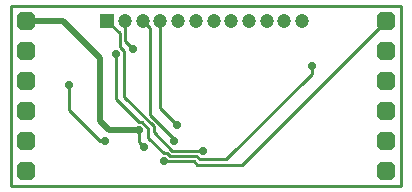
<source format=gtl>
G04 Layer_Physical_Order=1*
G04 Layer_Color=255*
%FSLAX44Y44*%
%MOMM*%
G71*
G01*
G75*
%ADD10C,0.2500*%
%ADD11C,0.5000*%
G04:AMPARAMS|DCode=12|XSize=1.6002mm|YSize=1.6002mm|CornerRadius=0mm|HoleSize=0mm|Usage=FLASHONLY|Rotation=270.000|XOffset=0mm|YOffset=0mm|HoleType=Round|Shape=Octagon|*
%AMOCTAGOND12*
4,1,8,-0.4001,-0.8001,0.4001,-0.8001,0.8001,-0.4001,0.8001,0.4001,0.4001,0.8001,-0.4001,0.8001,-0.8001,0.4001,-0.8001,-0.4001,-0.4001,-0.8001,0.0*
%
%ADD12OCTAGOND12*%

%ADD13R,1.2000X1.2000*%
%ADD14C,1.2000*%
%ADD15C,0.7000*%
D10*
X255524Y311024D02*
Y317500D01*
X182834Y238334D02*
X255524Y311024D01*
X160754Y238334D02*
X182834D01*
X157782Y241306D02*
X160754Y238334D01*
X135524Y241306D02*
X157782D01*
X197004Y233834D02*
X318770Y355600D01*
X158890Y233834D02*
X197004D01*
X130478Y236806D02*
X155918D01*
X158890Y233834D01*
X133274Y243556D02*
X135524Y241306D01*
X130444Y243556D02*
X133274D01*
X117250Y256750D02*
X130444Y243556D01*
X137667Y245806D02*
X162828D01*
X121750Y261723D02*
X137667Y245806D01*
X121750Y261723D02*
Y266270D01*
X162828Y245806D02*
X163550Y245084D01*
X118364Y276020D02*
X138757Y255627D01*
Y254262D02*
Y255627D01*
X117250Y256750D02*
Y264406D01*
X96500Y291520D02*
X121750Y266270D01*
X112016Y269640D02*
X117250Y264406D01*
X109610Y269640D02*
X112016D01*
X96500Y291520D02*
Y330296D01*
X118364Y276020D02*
Y349786D01*
X89750Y289500D02*
X109610Y269640D01*
X89750Y289500D02*
Y327500D01*
X93051Y333745D02*
X96500Y330296D01*
X93051Y333745D02*
Y345099D01*
X97551Y338699D02*
X104000Y332250D01*
X97551Y338699D02*
Y355600D01*
X82550D02*
X93051Y345099D01*
X112550Y355600D02*
X118364Y349786D01*
X127551Y281579D02*
Y355600D01*
Y281579D02*
X141550Y267581D01*
X76500Y254000D02*
X80500D01*
X50250Y280250D02*
X76500Y254000D01*
X50250Y280250D02*
Y301250D01*
X109220Y253314D02*
Y262890D01*
Y253314D02*
X113904Y248630D01*
X1270Y215900D02*
Y368300D01*
X331470D01*
Y215900D02*
Y368300D01*
X1270Y215900D02*
X331470D01*
D11*
X76200Y270550D02*
Y324550D01*
X45150Y355600D02*
X76200Y324550D01*
X13970Y355600D02*
X45150D01*
X83860Y262890D02*
X109220D01*
X76200Y270550D02*
X83860Y262890D01*
D12*
X318770Y228600D02*
D03*
Y254000D02*
D03*
Y279400D02*
D03*
Y304800D02*
D03*
Y330200D02*
D03*
Y355600D02*
D03*
X13970Y228600D02*
D03*
Y254000D02*
D03*
Y279400D02*
D03*
Y304800D02*
D03*
Y330200D02*
D03*
Y355600D02*
D03*
D13*
X82550D02*
D03*
D14*
X97551D02*
D03*
X112550D02*
D03*
X127551D02*
D03*
X142550D02*
D03*
X157551D02*
D03*
X172550D02*
D03*
X187551D02*
D03*
X202550D02*
D03*
X217551D02*
D03*
X232550D02*
D03*
X247551D02*
D03*
D15*
X138757Y254262D02*
D03*
X130478Y236806D02*
D03*
X163550Y245084D02*
D03*
X89750Y327500D02*
D03*
X104000Y332250D02*
D03*
X80500Y254000D02*
D03*
X50250Y301250D02*
D03*
X255524Y317500D02*
D03*
X109220Y262890D02*
D03*
X113904Y248630D02*
D03*
X141550Y267581D02*
D03*
M02*

</source>
